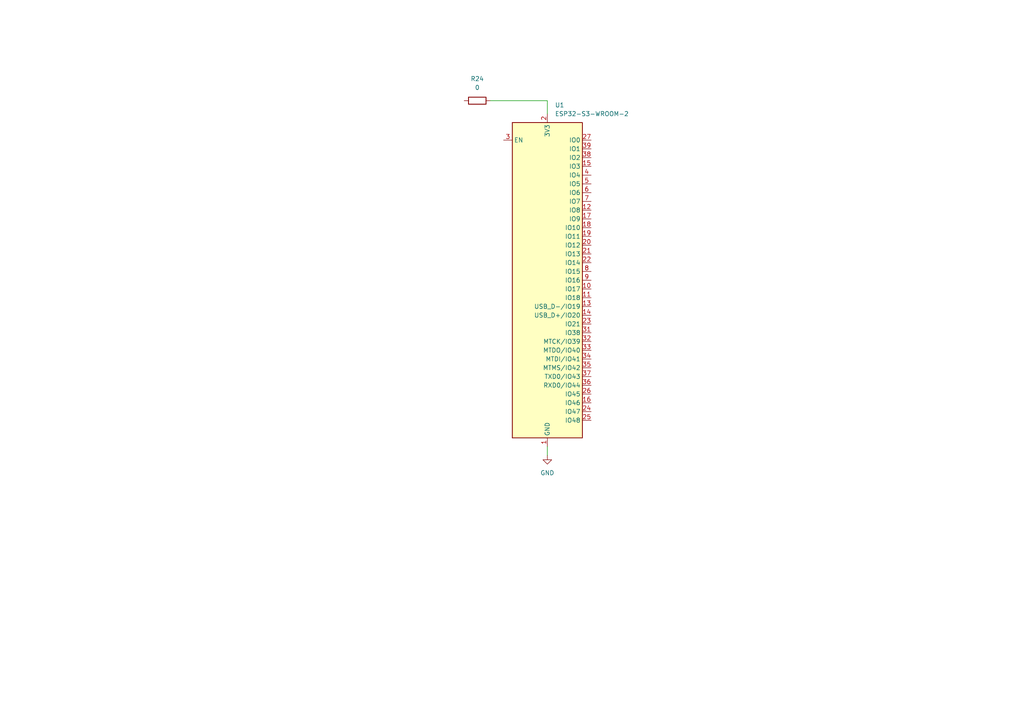
<source format=kicad_sch>
(kicad_sch (version 20231120) (generator "eeschema") (generator_version "8.0")
  (paper "A4")
  (lib_symbols
    (symbol "Device:R" (pin_numbers hide) (pin_names (offset 0))
      (property "Reference" "R" (at 2.032 0 90))
      (property "Value" "R" (at 0 0 90))
      (symbol "R_0_1"
        (rectangle (start -1.016 -2.54) (end 1.016 2.54) (stroke (width 0.254)))
      )
      (symbol "R_1_1"
        (pin passive line (at 0 3.81 270) (length 1.27) (name "~") (number "1"))
        (pin passive line (at 0 -3.81 90) (length 1.27) (name "~") (number "2"))
      )
    )
    (symbol "RF_Module:ESP32-S3-WROOM-2"
      (property "Reference" "U" (at -10.16 45.72 0))
      (property "Value" "ESP32-S3-WROOM-2" (at 2.54 45.72 0))
      (symbol "ESP32-S3-WROOM-2_0_1"
        (rectangle (start -10.16 45.72) (end 10.16 -45.72) (stroke (width 0.254)) (fill (type background)))
      )
      (symbol "ESP32-S3-WROOM-2_1_1"
        (pin power_in line (at 0 -48.26 90) (length 2.54) (name "GND") (number "1"))
        (pin bidirectional line (at 12.7 -2.54 180) (length 2.54) (name "IO17") (number "10"))
        (pin bidirectional line (at 12.7 -5.08 180) (length 2.54) (name "IO18") (number "11"))
        (pin bidirectional line (at 12.7 20.32 180) (length 2.54) (name "IO8") (number "12"))
        (pin bidirectional line (at 12.7 -7.62 180) (length 2.54) (name "USB_D-/IO19") (number "13"))
        (pin bidirectional line (at 12.7 -10.16 180) (length 2.54) (name "USB_D+/IO20") (number "14"))
        (pin bidirectional line (at 12.7 33.02 180) (length 2.54) (name "IO3") (number "15"))
        (pin bidirectional line (at 12.7 -35.56 180) (length 2.54) (name "IO46") (number "16"))
        (pin bidirectional line (at 12.7 17.78 180) (length 2.54) (name "IO9") (number "17"))
        (pin bidirectional line (at 12.7 15.24 180) (length 2.54) (name "IO10") (number "18"))
        (pin bidirectional line (at 12.7 12.7 180) (length 2.54) (name "IO11") (number "19"))
        (pin power_in line (at 0 48.26 270) (length 2.54) (name "3V3") (number "2"))
        (pin bidirectional line (at 12.7 10.16 180) (length 2.54) (name "IO12") (number "20"))
        (pin bidirectional line (at 12.7 7.62 180) (length 2.54) (name "IO13") (number "21"))
        (pin bidirectional line (at 12.7 5.08 180) (length 2.54) (name "IO14") (number "22"))
        (pin bidirectional line (at 12.7 -12.7 180) (length 2.54) (name "IO21") (number "23"))
        (pin bidirectional line (at 12.7 -38.1 180) (length 2.54) (name "IO47") (number "24"))
        (pin bidirectional line (at 12.7 -40.64 180) (length 2.54) (name "IO48") (number "25"))
        (pin bidirectional line (at 12.7 -33.02 180) (length 2.54) (name "IO45") (number "26"))
        (pin bidirectional line (at 12.7 40.64 180) (length 2.54) (name "IO0") (number "27"))
        (pin no_connect line (at -10.16 -35.56 0) (length 2.54) hide (name "NC") (number "28"))
        (pin no_connect line (at -10.16 -38.1 0) (length 2.54) hide (name "NC") (number "29"))
        (pin input line (at -12.7 40.64 0) (length 2.54) (name "EN") (number "3"))
        (pin no_connect line (at -10.16 -40.64 0) (length 2.54) hide (name "NC") (number "30"))
        (pin bidirectional line (at 12.7 -15.24 180) (length 2.54) (name "IO38") (number "31"))
        (pin bidirectional line (at 12.7 -17.78 180) (length 2.54) (name "MTCK/IO39") (number "32"))
        (pin bidirectional line (at 12.7 -20.32 180) (length 2.54) (name "MTDO/IO40") (number "33"))
        (pin bidirectional line (at 12.7 -22.86 180) (length 2.54) (name "MTDI/IO41") (number "34"))
        (pin bidirectional line (at 12.7 -25.4 180) (length 2.54) (name "MTMS/IO42") (number "35"))
        (pin bidirectional line (at 12.7 -30.48 180) (length 2.54) (name "RXD0/IO44") (number "36"))
        (pin bidirectional line (at 12.7 -27.94 180) (length 2.54) (name "TXD0/IO43") (number "37"))
        (pin bidirectional line (at 12.7 35.56 180) (length 2.54) (name "IO2") (number "38"))
        (pin bidirectional line (at 12.7 38.1 180) (length 2.54) (name "IO1") (number "39"))
        (pin bidirectional line (at 12.7 30.48 180) (length 2.54) (name "IO4") (number "4"))
        (pin passive line (at 0 -48.26 90) (length 2.54) hide (name "GND") (number "40"))
        (pin passive line (at 0 -48.26 90) (length 2.54) hide (name "GND") (number "41"))
        (pin bidirectional line (at 12.7 27.94 180) (length 2.54) (name "IO5") (number "5"))
        (pin bidirectional line (at 12.7 25.4 180) (length 2.54) (name "IO6") (number "6"))
        (pin bidirectional line (at 12.7 22.86 180) (length 2.54) (name "IO7") (number "7"))
        (pin bidirectional line (at 12.7 2.54 180) (length 2.54) (name "IO15") (number "8"))
        (pin bidirectional line (at 12.7 0 180) (length 2.54) (name "IO16") (number "9"))
      )
    )
    (symbol "power:GND" (power) (pin_numbers hide) (pin_names (offset 0) hide)
      (property "Value" "GND" (at 0 -3.81 0))
      (symbol "GND_0_1"
        (polyline (pts (xy 0 0) (xy 0 -1.27) (xy 1.27 -1.27) (xy 0 -2.54) (xy -1.27 -1.27) (xy 0 -1.27)))
      )
      (symbol "GND_1_1"
        (pin power_in line (at 0 0 270) (length 0) (name "~") (number "1"))
      )
    )
  )
  (wire (pts (xy 158.75 33.02) (xy 158.75 29.21)))
  (wire (pts (xy 158.75 29.21) (xy 142.24 29.21)))
  (wire (pts (xy 158.75 129.54) (xy 158.75 132.08)))
  (symbol (lib_id "power:GND") (at 158.75 132.08 0) (unit 1)
    (property "Reference" "#PWR01" (effects (hide yes)))
    (property "Value" "GND" (at 158.75 137.16 0))
    (property "Description" "Power symbol creates a global label with name \"GND\" , ground" (effects (hide yes)))
  )
  (symbol (lib_id "Device:R") (at 138.43 29.21 90) (unit 1)
    (property "Reference" "R24" (at 138.43 22.86 90))
    (property "Value" "0" (at 138.43 25.4 90))
    (property "Description" "Resistor" (effects (hide yes)))
  )
  (symbol (lib_id "RF_Module:ESP32-S3-WROOM-2") (at 158.75 81.28 0) (unit 1)
    (property "Reference" "U1" (at 160.9441 30.48 0) (effects (justify left)))
    (property "Value" "ESP32-S3-WROOM-2" (at 160.9441 33.02 0) (effects (justify left)))
    (property "Footprint" "RF_Module:ESP32-S3-WROOM-2" (effects (hide yes)))
    (property "Datasheet" "https://www.espressif.com/sites/default/files/documentation/esp32-s3-wroom-2_datasheet_en.pdf" (effects (hide yes)))
    (property "Description" "RF Module, 2.4 GHz, Wi­-Fi, Bluetooth, BLE, ESP32­-S3R8V" (effects (hide yes)))
  )
)
</source>
